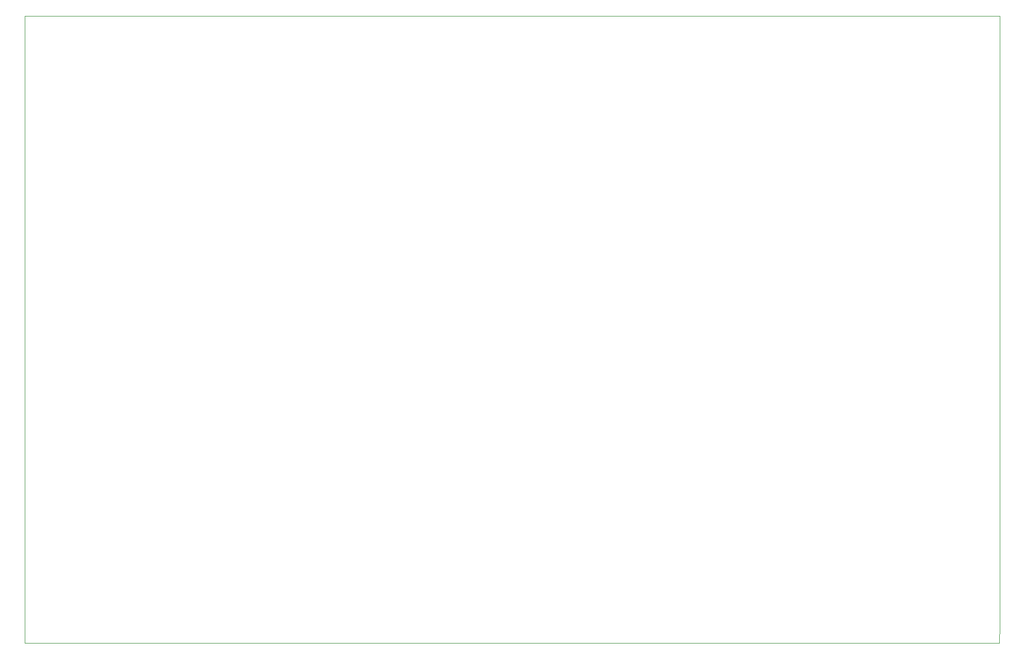
<source format=gbr>
G04 #@! TF.GenerationSoftware,KiCad,Pcbnew,(5.1.5-0-10_14)*
G04 #@! TF.CreationDate,2020-04-20T13:05:25+02:00*
G04 #@! TF.ProjectId,sinope,73696e6f-7065-42e6-9b69-6361645f7063,rev?*
G04 #@! TF.SameCoordinates,Original*
G04 #@! TF.FileFunction,Profile,NP*
%FSLAX46Y46*%
G04 Gerber Fmt 4.6, Leading zero omitted, Abs format (unit mm)*
G04 Created by KiCad (PCBNEW (5.1.5-0-10_14)) date 2020-04-20 13:05:25*
%MOMM*%
%LPD*%
G04 APERTURE LIST*
%ADD10C,0.050000*%
G04 APERTURE END LIST*
D10*
X200132000Y-128016000D02*
X200152000Y-125000000D01*
X40132000Y-128016000D02*
X40152000Y-125000000D01*
X40152000Y-125000000D02*
X40152000Y-25000000D01*
X200132000Y-128016000D02*
X40132000Y-128016000D01*
X200152000Y-25000000D02*
X200152000Y-125000000D01*
X40152000Y-25000000D02*
X200152000Y-25000000D01*
M02*

</source>
